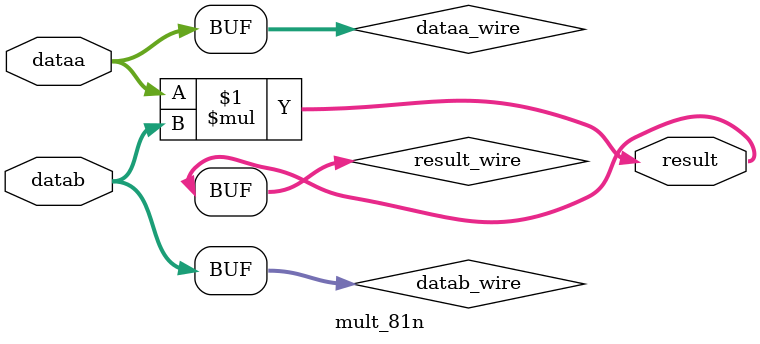
<source format=v>






//synthesis_resources = 
//synopsys translate_off
`timescale 1 ps / 1 ps
//synopsys translate_on
module  mult_81n
	( 
	dataa,
	datab,
	result) /* synthesis synthesis_clearbox=1 */;
	input   [13:0]  dataa;
	input   [13:0]  datab;
	output   [27:0]  result;

	wire signed	[13:0]    dataa_wire;
	wire signed	[13:0]    datab_wire;
	wire signed	[27:0]    result_wire;



	assign dataa_wire = dataa;
	assign datab_wire = datab;
	assign result_wire = dataa_wire * datab_wire;
	assign result = ({result_wire[27:0]});

endmodule //mult_81n
//VALID FILE

</source>
